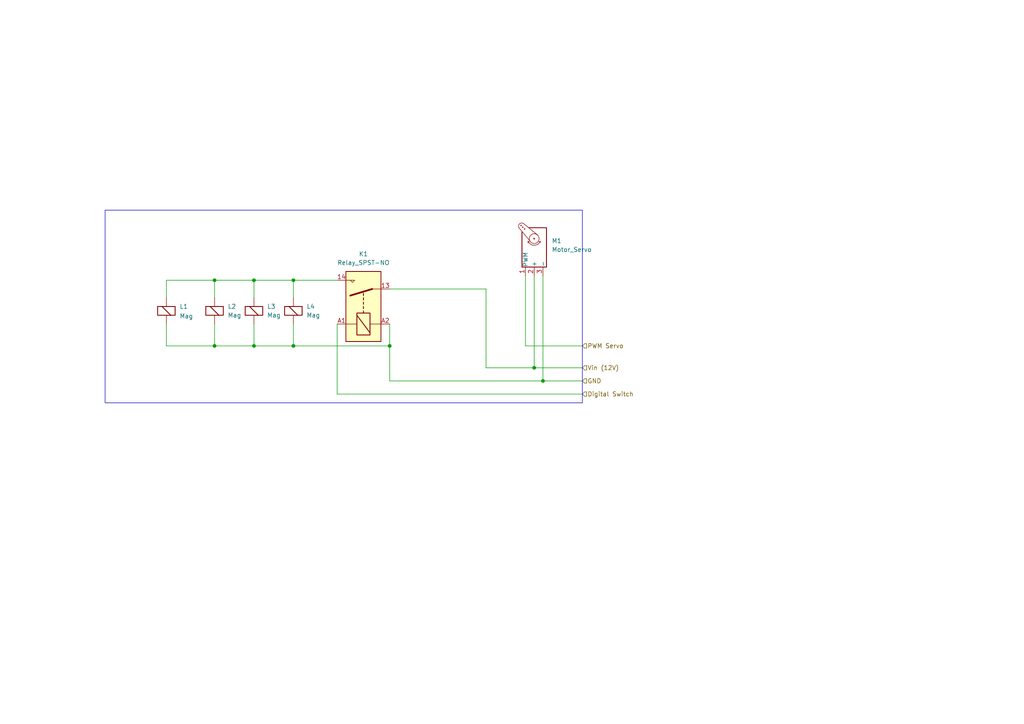
<source format=kicad_sch>
(kicad_sch (version 20231120) (generator "eeschema") (generator_version "8.0")
  (paper "A4")
  (lib_symbols
    (symbol "Device:ElectromagneticActor" (pin_numbers hide) (pin_names (offset 0.0254) hide)
      (property "Reference" "L" (at 1.27 3.81 0))
      (property "Value" "ElectromagneticActor" (at 1.27 -1.27 0))
      (symbol "ElectromagneticActor_0_1"
        (rectangle (start -2.54 2.54) (end 2.54 0) (stroke (width 0.254)))
        (polyline (pts (xy -1.27 2.54) (xy 1.27 0)) (stroke (width 0.254)))
      )
      (symbol "ElectromagneticActor_1_1"
        (pin passive line (at 0 5.08 270) (length 2.54) (name "-") (number "1"))
        (pin passive line (at 0 -2.54 90) (length 2.54) (name "+") (number "2"))
      )
    )
    (symbol "Motor:Motor_Servo" (pin_names (offset 0.0254))
      (property "Reference" "M" (at -5.08 4.445 0))
      (property "Value" "Motor_Servo" (at -5.08 -4.064 0))
      (symbol "Motor_Servo_0_1"
        (polyline (pts (xy 2.413 -1.778) (xy 2.032 -1.778)))
        (polyline (pts (xy 2.413 -1.778) (xy 2.286 -1.397)))
        (polyline (pts (xy 2.413 1.778) (xy 1.905 1.778)))
        (polyline (pts (xy 2.413 1.778) (xy 2.286 1.397)))
        (polyline (pts (xy 6.35 4.445) (xy 2.54 1.27)))
        (polyline (pts (xy 7.62 3.175) (xy 4.191 -1.016)))
        (polyline (pts (xy 5.08 3.556) (xy -5.08 3.556) (xy -5.08 -3.556) (xy 6.35 -3.556) (xy 6.35 1.524)) (stroke (width 0.254)))
        (arc (start 2.413 1.778) (mid 1.2406 0) (end 2.413 -1.778))
        (circle (center 3.175 0) (radius 0.1778))
        (circle (center 3.175 0) (radius 1.4224))
        (circle (center 5.969 2.794) (radius 0.127))
        (circle (center 6.477 3.302) (radius 0.127))
        (circle (center 6.985 3.81) (radius 0.127))
        (arc (start 7.62 3.175) (mid 7.4485 4.2735) (end 6.35 4.445))
      )
      (symbol "Motor_Servo_1_1"
        (pin passive line (at -7.62 2.54 0) (length 2.54) (name "PWM") (number "1"))
        (pin passive line (at -7.62 0 0) (length 2.54) (name "+") (number "2"))
        (pin passive line (at -7.62 -2.54 0) (length 2.54) (name "-") (number "3"))
      )
    )
    (symbol "Relay:Relay_SPST-NO"
      (property "Reference" "K" (at 11.43 3.81 0))
      (property "Value" "Relay_SPST-NO" (at 11.43 1.27 0))
      (symbol "Relay_SPST-NO_0_0"
        (polyline (pts (xy 7.62 5.08) (xy 7.62 2.54) (xy 6.985 3.175) (xy 7.62 3.81)))
      )
      (symbol "Relay_SPST-NO_0_1"
        (rectangle (start -10.16 5.08) (end 10.16 -5.08) (stroke (width 0.254)) (fill (type background)))
        (rectangle (start -8.255 1.905) (end -1.905 -1.905) (stroke (width 0.254)))
        (polyline (pts (xy -7.62 -1.905) (xy -2.54 1.905)) (stroke (width 0.254)))
        (polyline (pts (xy -5.08 -5.08) (xy -5.08 -1.905)))
        (polyline (pts (xy -5.08 5.08) (xy -5.08 1.905)))
        (polyline (pts (xy -1.905 0) (xy -1.27 0)) (stroke (width 0.254)))
        (polyline (pts (xy -0.635 0) (xy 0 0)) (stroke (width 0.254)))
        (polyline (pts (xy 0.635 0) (xy 1.27 0)) (stroke (width 0.254)))
        (polyline (pts (xy 1.905 0) (xy 2.54 0)) (stroke (width 0.254)))
        (polyline (pts (xy 3.175 0) (xy 3.81 0)) (stroke (width 0.254)))
        (polyline (pts (xy 5.08 -2.54) (xy 3.175 3.81)) (stroke (width 0.508)))
        (polyline (pts (xy 5.08 -2.54) (xy 5.08 -5.08)))
      )
      (symbol "Relay_SPST-NO_1_1"
        (pin passive line (at 5.08 -7.62 90) (length 2.54) (name "~") (number "13"))
        (pin passive line (at 7.62 7.62 270) (length 2.54) (name "~") (number "14"))
        (pin passive line (at -5.08 7.62 270) (length 2.54) (name "~") (number "A1"))
        (pin passive line (at -5.08 -7.62 90) (length 2.54) (name "~") (number "A2"))
      )
    )
  )
  (junction (at 113.03 100.33))
  (junction (at 73.66 81.28))
  (junction (at 85.09 100.33))
  (junction (at 62.23 81.28))
  (junction (at 154.94 106.68))
  (junction (at 73.66 100.33))
  (junction (at 85.09 81.28))
  (junction (at 157.48 110.49))
  (junction (at 62.23 100.33))
  (wire (pts (xy 85.09 81.28) (xy 97.79 81.28)))
  (wire (pts (xy 62.23 100.33) (xy 62.23 93.98)))
  (wire (pts (xy 154.94 106.68) (xy 154.94 80.01)))
  (wire (pts (xy 73.66 81.28) (xy 85.09 81.28)))
  (wire (pts (xy 48.26 93.98) (xy 48.26 100.33)))
  (wire (pts (xy 62.23 100.33) (xy 73.66 100.33)))
  (wire (pts (xy 48.26 100.33) (xy 62.23 100.33)))
  (wire (pts (xy 168.91 110.49) (xy 157.48 110.49)))
  (wire (pts (xy 168.91 106.68) (xy 154.94 106.68)))
  (wire (pts (xy 73.66 100.33) (xy 85.09 100.33)))
  (wire (pts (xy 97.79 114.3) (xy 97.79 93.98)))
  (wire (pts (xy 97.79 114.3) (xy 168.91 114.3)))
  (wire (pts (xy 62.23 81.28) (xy 62.23 86.36)))
  (wire (pts (xy 113.03 100.33) (xy 113.03 110.49)))
  (wire (pts (xy 152.4 100.33) (xy 168.91 100.33)))
  (wire (pts (xy 85.09 100.33) (xy 113.03 100.33)))
  (wire (pts (xy 140.97 83.82) (xy 140.97 106.68)))
  (wire (pts (xy 157.48 110.49) (xy 157.48 80.01)))
  (wire (pts (xy 140.97 106.68) (xy 154.94 106.68)))
  (wire (pts (xy 73.66 81.28) (xy 62.23 81.28)))
  (wire (pts (xy 73.66 81.28) (xy 73.66 86.36)))
  (wire (pts (xy 113.03 83.82) (xy 140.97 83.82)))
  (wire (pts (xy 113.03 110.49) (xy 157.48 110.49)))
  (wire (pts (xy 85.09 100.33) (xy 85.09 93.98)))
  (wire (pts (xy 85.09 81.28) (xy 85.09 86.36)))
  (wire (pts (xy 48.26 81.28) (xy 48.26 86.36)))
  (wire (pts (xy 113.03 93.98) (xy 113.03 100.33)))
  (wire (pts (xy 62.23 81.28) (xy 48.26 81.28)))
  (wire (pts (xy 152.4 80.01) (xy 152.4 100.33)))
  (wire (pts (xy 73.66 100.33) (xy 73.66 93.98)))
  (rectangle (start 30.48 60.96) (end 168.91 116.84))
  (hierarchical_label "Vin (12V)" (shape input) (at 168.91 106.68 0))
  (hierarchical_label "Digital Switch" (shape input) (at 168.91 114.3 0))
  (hierarchical_label "PWM Servo" (shape input) (at 168.91 100.33 0))
  (hierarchical_label "GND" (shape input) (at 168.91 110.49 0))
  (symbol (lib_id "Device:ElectromagneticActor") (at 85.09 91.44 0) (unit 1)
    (property "Reference" "L4" (at 88.9 88.8999 0) (effects (justify left)))
    (property "Value" "Mag" (at 88.9 91.4399 0) (effects (justify left)))
    (property "Description" "Electromagnetic actor" (effects (hide yes)))
  )
  (symbol (lib_id "Device:ElectromagneticActor") (at 73.66 91.44 0) (unit 1)
    (property "Reference" "L3" (at 77.47 88.8999 0) (effects (justify left)))
    (property "Value" "Mag" (at 77.47 91.4399 0) (effects (justify left)))
    (property "Description" "Electromagnetic actor" (effects (hide yes)))
  )
  (symbol (lib_id "Device:ElectromagneticActor") (at 48.26 91.44 0) (unit 1)
    (property "Reference" "L1" (at 52.07 88.8999 0) (effects (justify left)))
    (property "Value" "Mag" (at 52.07 91.694 0) (effects (justify left)))
    (property "Description" "Electromagnetic actor" (effects (hide yes)))
  )
  (symbol (lib_id "Relay:Relay_SPST-NO") (at 105.41 88.9 90) (unit 1)
    (property "Reference" "K1" (at 105.41 73.66 90))
    (property "Value" "Relay_SPST-NO" (at 105.41 76.2 90))
    (property "Description" "Relay SPST, Normally Open, EN50005" (effects (hide yes)))
  )
  (symbol (lib_id "Device:ElectromagneticActor") (at 62.23 91.44 0) (unit 1)
    (property "Reference" "L2" (at 66.04 88.8999 0) (effects (justify left)))
    (property "Value" "Mag" (at 66.04 91.4399 0) (effects (justify left)))
    (property "Description" "Electromagnetic actor" (effects (hide yes)))
  )
  (symbol (lib_id "Motor:Motor_Servo") (at 154.94 72.39 90) (unit 1)
    (property "Reference" "M1" (at 160.02 69.861 90) (effects (justify right)))
    (property "Value" "Motor_Servo" (at 160.02 72.401 90) (effects (justify right)))
    (property "Datasheet" "http://forums.parallax.com/uploads/attachments/46831/74481.png" (effects (hide yes)))
    (property "Description" "Servo Motor (Futaba, HiTec, JR connector)" (effects (hide yes)))
  )
)
</source>
